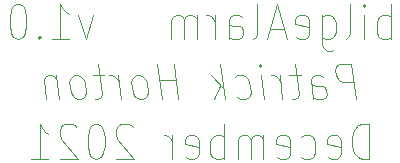
<source format=gbr>
%TF.GenerationSoftware,KiCad,Pcbnew,(5.1.6)-1*%
%TF.CreationDate,2021-12-23T19:14:42-05:00*%
%TF.ProjectId,bilgeAlarm,62696c67-6541-46c6-9172-6d2e6b696361,rev?*%
%TF.SameCoordinates,Original*%
%TF.FileFunction,Other,Comment*%
%FSLAX46Y46*%
G04 Gerber Fmt 4.6, Leading zero omitted, Abs format (unit mm)*
G04 Created by KiCad (PCBNEW (5.1.6)-1) date 2021-12-23 19:14:42*
%MOMM*%
%LPD*%
G01*
G04 APERTURE LIST*
%ADD10C,0.010000*%
G04 APERTURE END LIST*
D10*
X91188190Y66968857D02*
X91188190Y69968857D01*
X90592952Y69968857D01*
X90235809Y69826000D01*
X89997714Y69540285D01*
X89878666Y69254571D01*
X89759619Y68683142D01*
X89759619Y68254571D01*
X89878666Y67683142D01*
X89997714Y67397428D01*
X90235809Y67111714D01*
X90592952Y66968857D01*
X91188190Y66968857D01*
X87735809Y67111714D02*
X87973904Y66968857D01*
X88450095Y66968857D01*
X88688190Y67111714D01*
X88807238Y67397428D01*
X88807238Y68540285D01*
X88688190Y68826000D01*
X88450095Y68968857D01*
X87973904Y68968857D01*
X87735809Y68826000D01*
X87616761Y68540285D01*
X87616761Y68254571D01*
X88807238Y67968857D01*
X85473904Y67111714D02*
X85712000Y66968857D01*
X86188190Y66968857D01*
X86426285Y67111714D01*
X86545333Y67254571D01*
X86664380Y67540285D01*
X86664380Y68397428D01*
X86545333Y68683142D01*
X86426285Y68826000D01*
X86188190Y68968857D01*
X85712000Y68968857D01*
X85473904Y68826000D01*
X83450095Y67111714D02*
X83688190Y66968857D01*
X84164380Y66968857D01*
X84402476Y67111714D01*
X84521523Y67397428D01*
X84521523Y68540285D01*
X84402476Y68826000D01*
X84164380Y68968857D01*
X83688190Y68968857D01*
X83450095Y68826000D01*
X83331047Y68540285D01*
X83331047Y68254571D01*
X84521523Y67968857D01*
X82259619Y66968857D02*
X82259619Y68968857D01*
X82259619Y68683142D02*
X82140571Y68826000D01*
X81902476Y68968857D01*
X81545333Y68968857D01*
X81307238Y68826000D01*
X81188190Y68540285D01*
X81188190Y66968857D01*
X81188190Y68540285D02*
X81069142Y68826000D01*
X80831047Y68968857D01*
X80473904Y68968857D01*
X80235809Y68826000D01*
X80116761Y68540285D01*
X80116761Y66968857D01*
X78926285Y66968857D02*
X78926285Y69968857D01*
X78926285Y68826000D02*
X78688190Y68968857D01*
X78212000Y68968857D01*
X77973904Y68826000D01*
X77854857Y68683142D01*
X77735809Y68397428D01*
X77735809Y67540285D01*
X77854857Y67254571D01*
X77973904Y67111714D01*
X78212000Y66968857D01*
X78688190Y66968857D01*
X78926285Y67111714D01*
X75712000Y67111714D02*
X75950095Y66968857D01*
X76426285Y66968857D01*
X76664380Y67111714D01*
X76783428Y67397428D01*
X76783428Y68540285D01*
X76664380Y68826000D01*
X76426285Y68968857D01*
X75950095Y68968857D01*
X75712000Y68826000D01*
X75592952Y68540285D01*
X75592952Y68254571D01*
X76783428Y67968857D01*
X74521523Y66968857D02*
X74521523Y68968857D01*
X74521523Y68397428D02*
X74402476Y68683142D01*
X74283428Y68826000D01*
X74045333Y68968857D01*
X73807238Y68968857D01*
X71188190Y69683142D02*
X71069142Y69826000D01*
X70831047Y69968857D01*
X70235809Y69968857D01*
X69997714Y69826000D01*
X69878666Y69683142D01*
X69759619Y69397428D01*
X69759619Y69111714D01*
X69878666Y68683142D01*
X71307238Y66968857D01*
X69759619Y66968857D01*
X68212000Y69968857D02*
X67973904Y69968857D01*
X67735809Y69826000D01*
X67616761Y69683142D01*
X67497714Y69397428D01*
X67378666Y68826000D01*
X67378666Y68111714D01*
X67497714Y67540285D01*
X67616761Y67254571D01*
X67735809Y67111714D01*
X67973904Y66968857D01*
X68212000Y66968857D01*
X68450095Y67111714D01*
X68569142Y67254571D01*
X68688190Y67540285D01*
X68807238Y68111714D01*
X68807238Y68826000D01*
X68688190Y69397428D01*
X68569142Y69683142D01*
X68450095Y69826000D01*
X68212000Y69968857D01*
X66426285Y69683142D02*
X66307238Y69826000D01*
X66069142Y69968857D01*
X65473904Y69968857D01*
X65235809Y69826000D01*
X65116761Y69683142D01*
X64997714Y69397428D01*
X64997714Y69111714D01*
X65116761Y68683142D01*
X66545333Y66968857D01*
X64997714Y66968857D01*
X62616761Y66968857D02*
X64045333Y66968857D01*
X63331047Y66968857D02*
X63331047Y69968857D01*
X63569142Y69540285D01*
X63807238Y69254571D01*
X64045333Y69111714D01*
X90067443Y72048857D02*
X89692443Y75048857D01*
X88740062Y75048857D01*
X88519824Y74906000D01*
X88418633Y74763142D01*
X88335300Y74477428D01*
X88388872Y74048857D01*
X88543633Y73763142D01*
X88680538Y73620285D01*
X88936491Y73477428D01*
X89888872Y73477428D01*
X86496014Y72048857D02*
X86299586Y73620285D01*
X86382919Y73906000D01*
X86603157Y74048857D01*
X87079348Y74048857D01*
X87335300Y73906000D01*
X86478157Y72191714D02*
X86734110Y72048857D01*
X87329348Y72048857D01*
X87549586Y72191714D01*
X87632919Y72477428D01*
X87597205Y72763142D01*
X87442443Y73048857D01*
X87186491Y73191714D01*
X86591252Y73191714D01*
X86335300Y73334571D01*
X85412681Y74048857D02*
X84460300Y74048857D01*
X84930538Y75048857D02*
X85251967Y72477428D01*
X85168633Y72191714D01*
X84948395Y72048857D01*
X84710300Y72048857D01*
X83876967Y72048857D02*
X83626967Y74048857D01*
X83698395Y73477428D02*
X83543633Y73763142D01*
X83406729Y73906000D01*
X83150776Y74048857D01*
X82912681Y74048857D01*
X82329348Y72048857D02*
X82079348Y74048857D01*
X81954348Y75048857D02*
X82091252Y74906000D01*
X81990062Y74763142D01*
X81853157Y74906000D01*
X81954348Y75048857D01*
X81990062Y74763142D01*
X80049586Y72191714D02*
X80305538Y72048857D01*
X80781729Y72048857D01*
X81001967Y72191714D01*
X81103157Y72334571D01*
X81186491Y72620285D01*
X81079348Y73477428D01*
X80924586Y73763142D01*
X80787681Y73906000D01*
X80531729Y74048857D01*
X80055538Y74048857D01*
X79835300Y73906000D01*
X78996014Y72048857D02*
X78621014Y75048857D01*
X78615062Y73191714D02*
X78043633Y72048857D01*
X77793633Y74048857D02*
X78888872Y72906000D01*
X75067443Y72048857D02*
X74692443Y75048857D01*
X74871014Y73620285D02*
X73442443Y73620285D01*
X73638872Y72048857D02*
X73263872Y75048857D01*
X72091252Y72048857D02*
X72311491Y72191714D01*
X72412681Y72334571D01*
X72496014Y72620285D01*
X72388872Y73477428D01*
X72234110Y73763142D01*
X72097205Y73906000D01*
X71841252Y74048857D01*
X71484110Y74048857D01*
X71263872Y73906000D01*
X71162681Y73763142D01*
X71079348Y73477428D01*
X71186491Y72620285D01*
X71341252Y72334571D01*
X71478157Y72191714D01*
X71734110Y72048857D01*
X72091252Y72048857D01*
X70186491Y72048857D02*
X69936491Y74048857D01*
X70007919Y73477428D02*
X69853157Y73763142D01*
X69716252Y73906000D01*
X69460300Y74048857D01*
X69222205Y74048857D01*
X68746014Y74048857D02*
X67793633Y74048857D01*
X68263872Y75048857D02*
X68585300Y72477428D01*
X68501967Y72191714D01*
X68281729Y72048857D01*
X68043633Y72048857D01*
X66853157Y72048857D02*
X67073395Y72191714D01*
X67174586Y72334571D01*
X67257919Y72620285D01*
X67150776Y73477428D01*
X66996014Y73763142D01*
X66859110Y73906000D01*
X66603157Y74048857D01*
X66246014Y74048857D01*
X66025776Y73906000D01*
X65924586Y73763142D01*
X65841252Y73477428D01*
X65948395Y72620285D01*
X66103157Y72334571D01*
X66240062Y72191714D01*
X66496014Y72048857D01*
X66853157Y72048857D01*
X64698395Y74048857D02*
X64948395Y72048857D01*
X64734110Y73763142D02*
X64597205Y73906000D01*
X64341252Y74048857D01*
X63984110Y74048857D01*
X63763872Y73906000D01*
X63680538Y73620285D01*
X63876967Y72048857D01*
X93033428Y77128857D02*
X93033428Y80128857D01*
X93033428Y78986000D02*
X92795333Y79128857D01*
X92319142Y79128857D01*
X92081047Y78986000D01*
X91962000Y78843142D01*
X91842952Y78557428D01*
X91842952Y77700285D01*
X91962000Y77414571D01*
X92081047Y77271714D01*
X92319142Y77128857D01*
X92795333Y77128857D01*
X93033428Y77271714D01*
X90771523Y77128857D02*
X90771523Y79128857D01*
X90771523Y80128857D02*
X90890571Y79986000D01*
X90771523Y79843142D01*
X90652476Y79986000D01*
X90771523Y80128857D01*
X90771523Y79843142D01*
X89223904Y77128857D02*
X89462000Y77271714D01*
X89581047Y77557428D01*
X89581047Y80128857D01*
X87200095Y79128857D02*
X87200095Y76700285D01*
X87319142Y76414571D01*
X87438190Y76271714D01*
X87676285Y76128857D01*
X88033428Y76128857D01*
X88271523Y76271714D01*
X87200095Y77271714D02*
X87438190Y77128857D01*
X87914380Y77128857D01*
X88152476Y77271714D01*
X88271523Y77414571D01*
X88390571Y77700285D01*
X88390571Y78557428D01*
X88271523Y78843142D01*
X88152476Y78986000D01*
X87914380Y79128857D01*
X87438190Y79128857D01*
X87200095Y78986000D01*
X85057238Y77271714D02*
X85295333Y77128857D01*
X85771523Y77128857D01*
X86009619Y77271714D01*
X86128666Y77557428D01*
X86128666Y78700285D01*
X86009619Y78986000D01*
X85771523Y79128857D01*
X85295333Y79128857D01*
X85057238Y78986000D01*
X84938190Y78700285D01*
X84938190Y78414571D01*
X86128666Y78128857D01*
X83985809Y77986000D02*
X82795333Y77986000D01*
X84223904Y77128857D02*
X83390571Y80128857D01*
X82557238Y77128857D01*
X81366761Y77128857D02*
X81604857Y77271714D01*
X81723904Y77557428D01*
X81723904Y80128857D01*
X79342952Y77128857D02*
X79342952Y78700285D01*
X79462000Y78986000D01*
X79700095Y79128857D01*
X80176285Y79128857D01*
X80414380Y78986000D01*
X79342952Y77271714D02*
X79581047Y77128857D01*
X80176285Y77128857D01*
X80414380Y77271714D01*
X80533428Y77557428D01*
X80533428Y77843142D01*
X80414380Y78128857D01*
X80176285Y78271714D01*
X79581047Y78271714D01*
X79342952Y78414571D01*
X78152476Y77128857D02*
X78152476Y79128857D01*
X78152476Y78557428D02*
X78033428Y78843142D01*
X77914380Y78986000D01*
X77676285Y79128857D01*
X77438190Y79128857D01*
X76604857Y77128857D02*
X76604857Y79128857D01*
X76604857Y78843142D02*
X76485809Y78986000D01*
X76247714Y79128857D01*
X75890571Y79128857D01*
X75652476Y78986000D01*
X75533428Y78700285D01*
X75533428Y77128857D01*
X75533428Y78700285D02*
X75414380Y78986000D01*
X75176285Y79128857D01*
X74819142Y79128857D01*
X74581047Y78986000D01*
X74462000Y78700285D01*
X74462000Y77128857D01*
X67795333Y79128857D02*
X67200095Y77128857D01*
X66604857Y79128857D01*
X64342952Y77128857D02*
X65771523Y77128857D01*
X65057238Y77128857D02*
X65057238Y80128857D01*
X65295333Y79700285D01*
X65533428Y79414571D01*
X65771523Y79271714D01*
X63271523Y77414571D02*
X63152476Y77271714D01*
X63271523Y77128857D01*
X63390571Y77271714D01*
X63271523Y77414571D01*
X63271523Y77128857D01*
X61604857Y80128857D02*
X61366761Y80128857D01*
X61128666Y79986000D01*
X61009619Y79843142D01*
X60890571Y79557428D01*
X60771523Y78986000D01*
X60771523Y78271714D01*
X60890571Y77700285D01*
X61009619Y77414571D01*
X61128666Y77271714D01*
X61366761Y77128857D01*
X61604857Y77128857D01*
X61842952Y77271714D01*
X61962000Y77414571D01*
X62081047Y77700285D01*
X62200095Y78271714D01*
X62200095Y78986000D01*
X62081047Y79557428D01*
X61962000Y79843142D01*
X61842952Y79986000D01*
X61604857Y80128857D01*
M02*

</source>
